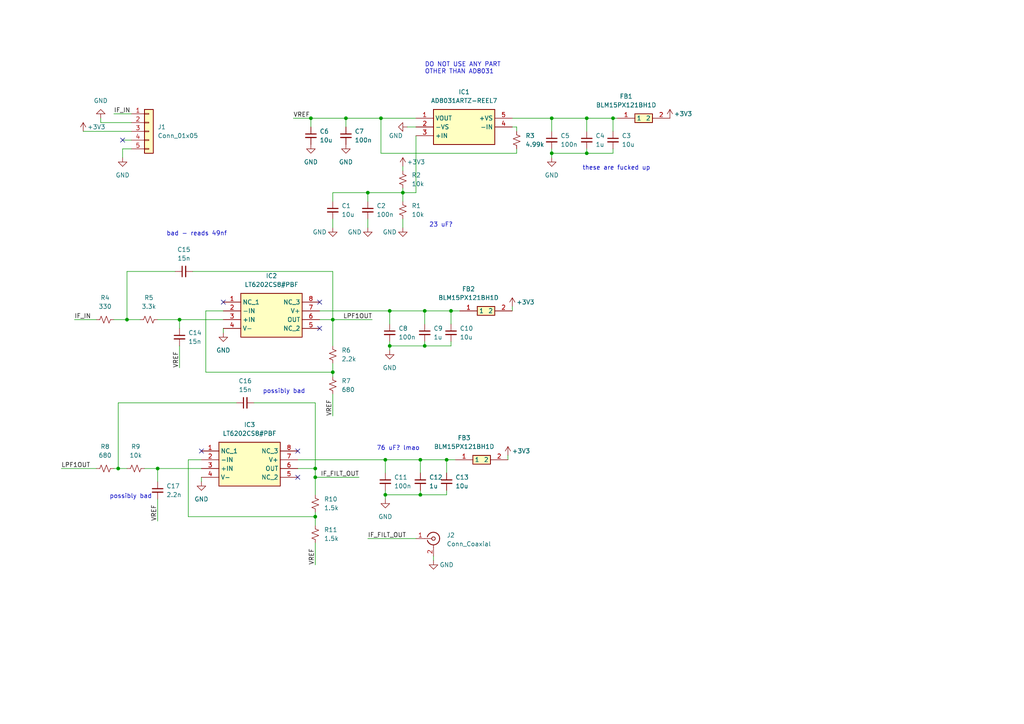
<source format=kicad_sch>
(kicad_sch (version 20230121) (generator eeschema)
  (paper "A4")
  (lib_symbols
    (symbol "Connector:Conn_Coaxial" (pin_names (offset 1.016) hide)
      (property "Reference" "J" (at 0.254 3.048 0))
      (property "Value" "Conn_Coaxial" (at 2.921 0 90))
      (symbol "Conn_Coaxial_0_1"
        (arc (start -1.778 -0.508) (mid 0.2311 -1.8066) (end 1.778 0) (stroke (width 0.254)))
        (polyline (pts (xy -2.54 0) (xy -0.508 0)))
        (polyline (pts (xy 0 -2.54) (xy 0 -1.778)))
        (circle (center 0 0) (radius 0.508) (stroke (width 0.2032)))
        (arc (start 1.778 0) (mid 0.2099 1.8101) (end -1.778 0.508) (stroke (width 0.254)))
      )
      (symbol "Conn_Coaxial_1_1"
        (pin passive line (at -5.08 0 0) (length 2.54) (name "In") (number "1"))
        (pin passive line (at 0 -5.08 90) (length 2.54) (name "Ext") (number "2"))
      )
    )
    (symbol "Connector_Generic:Conn_01x05" (pin_names (offset 1.016) hide)
      (property "Reference" "J" (at 0 7.62 0))
      (property "Value" "Conn_01x05" (at 0 -7.62 0))
      (symbol "Conn_01x05_1_1"
        (rectangle (start -1.27 -4.953) (end 0 -5.207) (stroke (width 0.1524)))
        (rectangle (start -1.27 -2.413) (end 0 -2.667) (stroke (width 0.1524)))
        (rectangle (start -1.27 0.127) (end 0 -0.127) (stroke (width 0.1524)))
        (rectangle (start -1.27 2.667) (end 0 2.413) (stroke (width 0.1524)))
        (rectangle (start -1.27 5.207) (end 0 4.953) (stroke (width 0.1524)))
        (rectangle (start -1.27 6.35) (end 1.27 -6.35) (stroke (width 0.254)) (fill (type background)))
        (pin passive line (at -5.08 5.08 0) (length 3.81) (name "Pin_1") (number "1"))
        (pin passive line (at -5.08 2.54 0) (length 3.81) (name "Pin_2") (number "2"))
        (pin passive line (at -5.08 0 0) (length 3.81) (name "Pin_3") (number "3"))
        (pin passive line (at -5.08 -2.54 0) (length 3.81) (name "Pin_4") (number "4"))
        (pin passive line (at -5.08 -5.08 0) (length 3.81) (name "Pin_5") (number "5"))
      )
    )
    (symbol "Device:C_Small" (pin_numbers hide) (pin_names (offset 0.254) hide)
      (property "Reference" "C" (at 0.254 1.778 0))
      (property "Value" "C_Small" (at 0.254 -2.032 0))
      (symbol "C_Small_0_1"
        (polyline (pts (xy -1.524 -0.508) (xy 1.524 -0.508)) (stroke (width 0.3302)))
        (polyline (pts (xy -1.524 0.508) (xy 1.524 0.508)) (stroke (width 0.3048)))
      )
      (symbol "C_Small_1_1"
        (pin passive line (at 0 2.54 270) (length 2.032) (name "~") (number "1"))
        (pin passive line (at 0 -2.54 90) (length 2.032) (name "~") (number "2"))
      )
    )
    (symbol "Device:R_Small_US" (pin_numbers hide) (pin_names (offset 0.254) hide)
      (property "Reference" "R" (at 0.762 0.508 0))
      (property "Value" "R_Small_US" (at 0.762 -1.016 0))
      (symbol "R_Small_US_1_1"
        (polyline (pts (xy 0 0) (xy 1.016 -0.381) (xy 0 -0.762) (xy -1.016 -1.143) (xy 0 -1.524)))
        (polyline (pts (xy 0 1.524) (xy 1.016 1.143) (xy 0 0.762) (xy -1.016 0.381) (xy 0 0)))
        (pin passive line (at 0 2.54 270) (length 1.016) (name "~") (number "1"))
        (pin passive line (at 0 -2.54 90) (length 1.016) (name "~") (number "2"))
      )
    )
    (symbol "SamacSys_Parts:AD8031ARTZ-REEL7"
      (property "Reference" "IC" (at 24.13 7.62 0))
      (property "Value" "AD8031ARTZ-REEL7" (at 24.13 5.08 0))
      (symbol "AD8031ARTZ-REEL7_1_1"
        (rectangle (start 5.08 2.54) (end 22.86 -7.62) (stroke (width 0.254)) (fill (type background)))
        (pin passive line (at 0 0 0) (length 5.08) (name "VOUT") (number "1"))
        (pin passive line (at 0 -2.54 0) (length 5.08) (name "-VS") (number "2"))
        (pin passive line (at 0 -5.08 0) (length 5.08) (name "+IN") (number "3"))
        (pin passive line (at 27.94 -2.54 180) (length 5.08) (name "-IN") (number "4"))
        (pin passive line (at 27.94 0 180) (length 5.08) (name "+VS") (number "5"))
      )
    )
    (symbol "SamacSys_Parts:BLM15PX121BH1D"
      (property "Reference" "FB" (at 3.81 6.35 0))
      (property "Value" "BLM15PX121BH1D" (at 3.81 3.81 0))
      (symbol "BLM15PX121BH1D_1_1"
        (rectangle (start 5.08 1.27) (end 10.16 -1.27) (stroke (width 0.254)) (fill (type background)))
        (pin passive line (at 0 0 0) (length 5.08) (name "1") (number "1"))
        (pin passive line (at 15.24 0 180) (length 5.08) (name "2") (number "2"))
      )
    )
    (symbol "SamacSys_Parts:LT6202CS8#PBF"
      (property "Reference" "IC" (at 24.13 7.62 0))
      (property "Value" "LT6202CS8#PBF" (at 24.13 5.08 0))
      (symbol "LT6202CS8#PBF_1_1"
        (rectangle (start 5.08 2.54) (end 22.86 -10.16) (stroke (width 0.254)) (fill (type background)))
        (pin passive line (at 0 0 0) (length 5.08) (name "NC_1") (number "1"))
        (pin passive line (at 0 -2.54 0) (length 5.08) (name "-IN") (number "2"))
        (pin passive line (at 0 -5.08 0) (length 5.08) (name "+IN") (number "3"))
        (pin passive line (at 0 -7.62 0) (length 5.08) (name "V-") (number "4"))
        (pin passive line (at 27.94 -7.62 180) (length 5.08) (name "NC_2") (number "5"))
        (pin passive line (at 27.94 -5.08 180) (length 5.08) (name "OUT") (number "6"))
        (pin passive line (at 27.94 -2.54 180) (length 5.08) (name "V+") (number "7"))
        (pin passive line (at 27.94 0 180) (length 5.08) (name "NC_3") (number "8"))
      )
    )
    (symbol "power:+3V3" (power) (pin_names (offset 0))
      (property "Value" "+3V3" (at 0 3.556 0))
      (symbol "+3V3_0_1"
        (polyline (pts (xy -0.762 1.27) (xy 0 2.54)))
        (polyline (pts (xy 0 0) (xy 0 2.54)))
        (polyline (pts (xy 0 2.54) (xy 0.762 1.27)))
      )
      (symbol "+3V3_1_1"
        (pin power_in line (at 0 0 90) (length 0) hide (name "+3V3") (number "1"))
      )
    )
    (symbol "power:GND" (power) (pin_names (offset 0))
      (property "Value" "GND" (at 0 -3.81 0))
      (symbol "GND_0_1"
        (polyline (pts (xy 0 0) (xy 0 -1.27) (xy 1.27 -1.27) (xy 0 -2.54) (xy -1.27 -1.27) (xy 0 -1.27)))
      )
      (symbol "GND_1_1"
        (pin power_in line (at 0 0 270) (length 0) hide (name "GND") (number "1"))
      )
    )
  )
  (junction (at 121.92 133.35))
  (junction (at 111.76 143.51))
  (junction (at 130.81 90.17))
  (junction (at 34.29 135.89))
  (junction (at 123.19 100.33))
  (junction (at 96.52 92.71))
  (junction (at 170.18 34.29))
  (junction (at 116.84 55.88))
  (junction (at 91.44 138.43))
  (junction (at 160.02 44.45))
  (junction (at 113.03 90.17))
  (junction (at 91.44 149.86))
  (junction (at 52.07 92.71))
  (junction (at 110.49 34.29))
  (junction (at 160.02 34.29))
  (junction (at 100.33 34.29))
  (junction (at 106.68 55.88))
  (junction (at 111.76 133.35))
  (junction (at 129.54 133.35))
  (junction (at 91.44 135.89))
  (junction (at 45.72 135.89))
  (junction (at 90.17 34.29))
  (junction (at 36.83 92.71))
  (junction (at 177.8 34.29))
  (junction (at 96.52 107.95))
  (junction (at 170.18 44.45))
  (junction (at 121.92 143.51))
  (junction (at 113.03 100.33))
  (junction (at 123.19 90.17))
  (no_connect (at 92.71 87.63))
  (no_connect (at 92.71 95.25))
  (no_connect (at 86.36 130.81))
  (no_connect (at 86.36 138.43))
  (no_connect (at 64.77 87.63))
  (no_connect (at 35.56 40.64))
  (no_connect (at 58.42 130.81))
  (wire (pts (xy 59.69 107.95) (xy 96.52 107.95)))
  (wire (pts (xy 106.68 156.21) (xy 120.65 156.21)))
  (wire (pts (xy 52.07 100.33) (xy 52.07 106.68)))
  (wire (pts (xy 91.44 138.43) (xy 91.44 143.51)))
  (wire (pts (xy 92.71 90.17) (xy 113.03 90.17)))
  (wire (pts (xy 125.73 161.29) (xy 125.73 162.56)))
  (wire (pts (xy 149.86 44.45) (xy 110.49 44.45)))
  (wire (pts (xy 24.13 38.1) (xy 38.1 38.1)))
  (wire (pts (xy 160.02 43.18) (xy 160.02 44.45)))
  (wire (pts (xy 33.02 92.71) (xy 36.83 92.71)))
  (wire (pts (xy 96.52 92.71) (xy 92.71 92.71)))
  (wire (pts (xy 91.44 135.89) (xy 91.44 138.43)))
  (wire (pts (xy 34.29 135.89) (xy 36.83 135.89)))
  (wire (pts (xy 100.33 34.29) (xy 110.49 34.29)))
  (wire (pts (xy 36.83 78.74) (xy 50.8 78.74)))
  (wire (pts (xy 52.07 92.71) (xy 64.77 92.71)))
  (wire (pts (xy 118.11 36.83) (xy 120.65 36.83)))
  (wire (pts (xy 58.42 139.7) (xy 58.42 138.43)))
  (wire (pts (xy 45.72 135.89) (xy 58.42 135.89)))
  (wire (pts (xy 160.02 34.29) (xy 170.18 34.29)))
  (wire (pts (xy 123.19 99.06) (xy 123.19 100.33)))
  (wire (pts (xy 21.59 92.71) (xy 27.94 92.71)))
  (wire (pts (xy 160.02 44.45) (xy 170.18 44.45)))
  (wire (pts (xy 35.56 43.18) (xy 38.1 43.18)))
  (wire (pts (xy 106.68 55.88) (xy 96.52 55.88)))
  (wire (pts (xy 177.8 34.29) (xy 179.07 34.29)))
  (wire (pts (xy 116.84 63.5) (xy 116.84 66.04)))
  (wire (pts (xy 91.44 138.43) (xy 104.14 138.43)))
  (wire (pts (xy 129.54 137.16) (xy 129.54 133.35)))
  (wire (pts (xy 33.02 33.02) (xy 38.1 33.02)))
  (wire (pts (xy 96.52 92.71) (xy 107.95 92.71)))
  (wire (pts (xy 106.68 63.5) (xy 106.68 66.04)))
  (wire (pts (xy 90.17 34.29) (xy 100.33 34.29)))
  (wire (pts (xy 35.56 45.72) (xy 35.56 43.18)))
  (wire (pts (xy 64.77 96.52) (xy 64.77 95.25)))
  (wire (pts (xy 58.42 133.35) (xy 54.61 133.35)))
  (wire (pts (xy 59.69 90.17) (xy 59.69 107.95)))
  (wire (pts (xy 54.61 149.86) (xy 91.44 149.86)))
  (wire (pts (xy 149.86 36.83) (xy 149.86 38.1)))
  (wire (pts (xy 121.92 143.51) (xy 129.54 143.51)))
  (wire (pts (xy 123.19 100.33) (xy 130.81 100.33)))
  (wire (pts (xy 111.76 143.51) (xy 111.76 144.78)))
  (wire (pts (xy 73.66 116.84) (xy 91.44 116.84)))
  (wire (pts (xy 96.52 114.3) (xy 96.52 120.65)))
  (wire (pts (xy 96.52 55.88) (xy 96.52 58.42)))
  (wire (pts (xy 110.49 44.45) (xy 110.49 34.29)))
  (wire (pts (xy 55.88 78.74) (xy 96.52 78.74)))
  (wire (pts (xy 129.54 133.35) (xy 132.08 133.35)))
  (wire (pts (xy 91.44 148.59) (xy 91.44 149.86)))
  (wire (pts (xy 96.52 63.5) (xy 96.52 66.04)))
  (wire (pts (xy 34.29 116.84) (xy 68.58 116.84)))
  (wire (pts (xy 33.02 135.89) (xy 34.29 135.89)))
  (wire (pts (xy 123.19 90.17) (xy 130.81 90.17)))
  (wire (pts (xy 91.44 157.48) (xy 91.44 163.83)))
  (wire (pts (xy 35.56 40.64) (xy 38.1 40.64)))
  (wire (pts (xy 149.86 36.83) (xy 148.59 36.83)))
  (wire (pts (xy 111.76 137.16) (xy 111.76 133.35)))
  (wire (pts (xy 110.49 34.29) (xy 120.65 34.29)))
  (wire (pts (xy 111.76 143.51) (xy 121.92 143.51)))
  (wire (pts (xy 148.59 34.29) (xy 160.02 34.29)))
  (wire (pts (xy 113.03 99.06) (xy 113.03 100.33)))
  (wire (pts (xy 121.92 142.24) (xy 121.92 143.51)))
  (wire (pts (xy 17.78 135.89) (xy 27.94 135.89)))
  (wire (pts (xy 29.21 34.29) (xy 29.21 35.56)))
  (wire (pts (xy 111.76 142.24) (xy 111.76 143.51)))
  (wire (pts (xy 113.03 90.17) (xy 123.19 90.17)))
  (wire (pts (xy 121.92 133.35) (xy 129.54 133.35)))
  (wire (pts (xy 177.8 43.18) (xy 177.8 44.45)))
  (wire (pts (xy 85.09 34.29) (xy 90.17 34.29)))
  (wire (pts (xy 96.52 78.74) (xy 96.52 92.71)))
  (wire (pts (xy 170.18 34.29) (xy 170.18 38.1)))
  (wire (pts (xy 52.07 92.71) (xy 52.07 95.25)))
  (wire (pts (xy 91.44 116.84) (xy 91.44 135.89)))
  (wire (pts (xy 106.68 55.88) (xy 106.68 58.42)))
  (wire (pts (xy 160.02 44.45) (xy 160.02 45.72)))
  (wire (pts (xy 116.84 55.88) (xy 116.84 58.42)))
  (wire (pts (xy 34.29 135.89) (xy 34.29 116.84)))
  (wire (pts (xy 36.83 92.71) (xy 40.64 92.71)))
  (wire (pts (xy 147.32 132.08) (xy 147.32 133.35)))
  (wire (pts (xy 129.54 142.24) (xy 129.54 143.51)))
  (wire (pts (xy 86.36 133.35) (xy 111.76 133.35)))
  (wire (pts (xy 160.02 38.1) (xy 160.02 34.29)))
  (wire (pts (xy 113.03 100.33) (xy 123.19 100.33)))
  (wire (pts (xy 177.8 38.1) (xy 177.8 34.29)))
  (wire (pts (xy 170.18 44.45) (xy 177.8 44.45)))
  (wire (pts (xy 96.52 105.41) (xy 96.52 107.95)))
  (wire (pts (xy 91.44 135.89) (xy 86.36 135.89)))
  (wire (pts (xy 96.52 92.71) (xy 96.52 100.33)))
  (wire (pts (xy 113.03 100.33) (xy 113.03 101.6)))
  (wire (pts (xy 45.72 135.89) (xy 45.72 139.7)))
  (wire (pts (xy 170.18 34.29) (xy 177.8 34.29)))
  (wire (pts (xy 41.91 135.89) (xy 45.72 135.89)))
  (wire (pts (xy 45.72 144.78) (xy 45.72 151.13)))
  (wire (pts (xy 96.52 107.95) (xy 96.52 109.22)))
  (wire (pts (xy 121.92 133.35) (xy 121.92 137.16)))
  (wire (pts (xy 148.59 88.9) (xy 148.59 90.17)))
  (wire (pts (xy 120.65 55.88) (xy 120.65 39.37)))
  (wire (pts (xy 116.84 48.26) (xy 116.84 49.53)))
  (wire (pts (xy 54.61 133.35) (xy 54.61 149.86)))
  (wire (pts (xy 91.44 149.86) (xy 91.44 152.4)))
  (wire (pts (xy 100.33 34.29) (xy 100.33 36.83)))
  (wire (pts (xy 130.81 93.98) (xy 130.81 90.17)))
  (wire (pts (xy 90.17 34.29) (xy 90.17 36.83)))
  (wire (pts (xy 111.76 133.35) (xy 121.92 133.35)))
  (wire (pts (xy 113.03 93.98) (xy 113.03 90.17)))
  (wire (pts (xy 45.72 92.71) (xy 52.07 92.71)))
  (wire (pts (xy 149.86 43.18) (xy 149.86 44.45)))
  (wire (pts (xy 36.83 92.71) (xy 36.83 78.74)))
  (wire (pts (xy 116.84 55.88) (xy 106.68 55.88)))
  (wire (pts (xy 116.84 54.61) (xy 116.84 55.88)))
  (wire (pts (xy 170.18 43.18) (xy 170.18 44.45)))
  (wire (pts (xy 64.77 90.17) (xy 59.69 90.17)))
  (wire (pts (xy 130.81 99.06) (xy 130.81 100.33)))
  (wire (pts (xy 130.81 90.17) (xy 133.35 90.17)))
  (wire (pts (xy 123.19 90.17) (xy 123.19 93.98)))
  (wire (pts (xy 29.21 35.56) (xy 38.1 35.56)))
  (wire (pts (xy 116.84 55.88) (xy 120.65 55.88)))
  (text "these are fucked up" (at 168.91 49.53 0) (effects (font (size 1.27 1.27)) (justify left bottom)))
  (text "bad - reads 49nf" (at 48.26 68.58 0) (effects (font (size 1.27 1.27)) (justify left bottom)))
  (text "possibly bad" (at 76.2 114.3 0) (effects (font (size 1.27 1.27)) (justify left bottom)))
  (text "23 uF?" (at 124.46 66.04 0) (effects (font (size 1.27 1.27)) (justify left bottom)))
  (text "DO NOT USE ANY PART\nOTHER THAN AD8031" (at 123.19 21.59 0) (effects (font (size 1.27 1.27)) (justify left bottom)))
  (text "76 uF? lmao" (at 109.22 130.81 0) (effects (font (size 1.27 1.27)) (justify left bottom)))
  (text "possibly bad" (at 31.75 144.78 0) (effects (font (size 1.27 1.27)) (justify left bottom)))
  (label "VREF" (at 45.72 151.13 90))
  (label "IF_IN" (at 21.59 92.71 0))
  (label "IF_FILT_OUT" (at 104.14 138.43 180))
  (label "LPF1OUT" (at 17.78 135.89 0))
  (label "VREF" (at 91.44 163.83 90))
  (label "LPF1OUT" (at 107.95 92.71 180))
  (label "VREF" (at 52.07 106.68 90))
  (label "IF_FILT_OUT" (at 106.68 156.21 0))
  (label "IF_IN" (at 33.02 33.02 0))
  (label "VREF" (at 85.09 34.29 0))
  (label "VREF" (at 96.52 120.65 90))
  (symbol (lib_id "Device:C_Small") (at 90.17 39.37 0) (unit 1)
    (property "Reference" "C6" (at 92.71 38.1063 0) (effects (justify left)))
    (property "Value" "10u" (at 92.71 40.6463 0) (effects (justify left)))
    (property "Footprint" "Capacitor_SMD:C_0603_1608Metric_Pad1.08x0.95mm_HandSolder" (effects hide))
  )
  (symbol (lib_id "Device:C_Small") (at 160.02 40.64 0) (unit 1)
    (property "Reference" "C5" (at 162.56 39.3763 0) (effects (justify left)))
    (property "Value" "100n" (at 162.56 41.9163 0) (effects (justify left)))
    (property "Footprint" "Capacitor_SMD:C_0402_1005Metric_Pad0.74x0.62mm_HandSolder" (effects hide))
  )
  (symbol (lib_id "power:GND") (at 64.77 96.52 0) (unit 1)
    (property "Reference" "#PWR06" (effects hide))
    (property "Value" "GND" (at 64.77 101.6 0))
  )
  (symbol (lib_id "Device:C_Small") (at 123.19 96.52 0) (unit 1)
    (property "Reference" "C9" (at 125.73 95.2563 0) (effects (justify left)))
    (property "Value" "1u" (at 125.73 97.7963 0) (effects (justify left)))
    (property "Footprint" "Capacitor_SMD:C_0603_1608Metric_Pad1.08x0.95mm_HandSolder" (effects hide))
  )
  (symbol (lib_id "Connector:Conn_Coaxial") (at 125.73 156.21 0) (unit 1)
    (property "Reference" "J2" (at 129.54 155.2332 0) (effects (justify left)))
    (property "Value" "Conn_Coaxial" (at 129.54 157.7732 0) (effects (justify left)))
    (property "Footprint" "Connector_Coaxial:U.FL_Hirose_U.FL-R-SMT-1_Vertical" (effects hide))
    (property "Datasheet" " ~" (effects hide))
  )
  (symbol (lib_id "Device:R_Small_US") (at 91.44 146.05 180) (unit 1)
    (property "Reference" "R10" (at 93.98 144.78 0) (effects (justify right)))
    (property "Value" "1.5k" (at 93.98 147.32 0) (effects (justify right)))
    (property "Footprint" "Resistor_SMD:R_0402_1005Metric_Pad0.72x0.64mm_HandSolder" (effects hide))
  )
  (symbol (lib_id "Device:C_Small") (at 96.52 60.96 0) (unit 1)
    (property "Reference" "C1" (at 99.06 59.6963 0) (effects (justify left)))
    (property "Value" "10u" (at 99.06 62.2363 0) (effects (justify left)))
    (property "Footprint" "Capacitor_SMD:C_0603_1608Metric_Pad1.08x0.95mm_HandSolder" (effects hide))
  )
  (symbol (lib_id "power:GND") (at 116.84 66.04 0) (unit 1)
    (property "Reference" "#PWR09" (effects hide))
    (property "Value" "GND" (at 113.03 67.31 0))
  )
  (symbol (lib_id "Device:C_Small") (at 45.72 142.24 0) (unit 1)
    (property "Reference" "C17" (at 48.26 140.9763 0) (effects (justify left)))
    (property "Value" "2.2n" (at 48.26 143.5163 0) (effects (justify left)))
    (property "Footprint" "Capacitor_SMD:C_0402_1005Metric_Pad0.74x0.62mm_HandSolder" (effects hide))
  )
  (symbol (lib_id "SamacSys_Parts:LT6202CS8#PBF") (at 58.42 130.81 0) (unit 1)
    (property "Reference" "IC3" (at 72.39 123.19 0))
    (property "Value" "LT6202CS8#PBF" (at 72.39 125.73 0))
    (property "Footprint" "SamacSys_Parts:SOIC127P599X175-8N" (effects hide))
    (property "Datasheet" "https://datasheet.datasheetarchive.com/originals/distributors/SFDatasheet-4/sf-00091224.pdf" (effects hide))
    (property "Height" "1.752" (effects hide))
    (property "Mouser Part Number" "584-LT6202CS8#PBF" (effects hide))
    (property "Mouser Price/Stock" "https://www.mouser.co.uk/ProductDetail/Analog-Devices/LT6202CS8PBF?qs=hVkxg5c3xu8By7bcK2W7Xg%3D%3D" (effects hide))
    (property "Manufacturer_Name" "Analog Devices" (effects hide))
    (property "Manufacturer_Part_Number" "LT6202CS8#PBF" (effects hide))
  )
  (symbol (lib_id "Connector_Generic:Conn_01x05") (at 43.18 38.1 0) (unit 1)
    (property "Reference" "J1" (at 45.72 36.83 0) (effects (justify left)))
    (property "Value" "Conn_01x05" (at 45.72 39.37 0) (effects (justify left)))
    (property "Footprint" "Connector_PinHeader_2.54mm:PinHeader_1x05_P2.54mm_Vertical" (effects hide))
  )
  (symbol (lib_id "power:GND") (at 35.56 45.72 0) (unit 1)
    (property "Reference" "#PWR03" (effects hide))
    (property "Value" "GND" (at 35.56 50.8 0))
  )
  (symbol (lib_id "power:GND") (at 111.76 144.78 0) (unit 1)
    (property "Reference" "#PWR017" (effects hide))
    (property "Value" "GND" (at 111.76 149.86 0))
  )
  (symbol (lib_id "Device:C_Small") (at 53.34 78.74 90) (unit 1)
    (property "Reference" "C15" (at 53.3463 72.39 90))
    (property "Value" "15n" (at 53.3463 74.93 90))
    (property "Footprint" "Capacitor_SMD:C_0402_1005Metric_Pad0.74x0.62mm_HandSolder" (effects hide))
  )
  (symbol (lib_id "power:GND") (at 118.11 36.83 270) (unit 1)
    (property "Reference" "#PWR05" (effects hide))
    (property "Value" "GND" (at 116.84 39.37 90) (effects (justify right)))
  )
  (symbol (lib_id "Device:C_Small") (at 71.12 116.84 90) (unit 1)
    (property "Reference" "C16" (at 71.1263 110.49 90))
    (property "Value" "15n" (at 71.1263 113.03 90))
    (property "Footprint" "Capacitor_SMD:C_0402_1005Metric_Pad0.74x0.62mm_HandSolder" (effects hide))
  )
  (symbol (lib_id "Device:R_Small_US") (at 43.18 92.71 90) (unit 1)
    (property "Reference" "R5" (at 43.18 86.36 90))
    (property "Value" "3.3k" (at 43.18 88.9 90))
    (property "Footprint" "Resistor_SMD:R_0603_1608Metric_Pad0.98x0.95mm_HandSolder" (effects hide))
  )
  (symbol (lib_id "power:+3V3") (at 24.13 38.1 0) (unit 1)
    (property "Reference" "#PWR01" (effects hide))
    (property "Value" "+3V3" (at 27.94 36.83 0))
  )
  (symbol (lib_id "power:GND") (at 106.68 66.04 0) (unit 1)
    (property "Reference" "#PWR08" (effects hide))
    (property "Value" "GND" (at 102.87 67.31 0))
  )
  (symbol (lib_id "Device:C_Small") (at 130.81 96.52 0) (unit 1)
    (property "Reference" "C10" (at 133.35 95.2563 0) (effects (justify left)))
    (property "Value" "10u" (at 133.35 97.7963 0) (effects (justify left)))
    (property "Footprint" "Capacitor_SMD:C_0603_1608Metric_Pad1.08x0.95mm_HandSolder" (effects hide))
  )
  (symbol (lib_id "power:GND") (at 96.52 66.04 0) (unit 1)
    (property "Reference" "#PWR07" (effects hide))
    (property "Value" "GND" (at 92.71 67.31 0))
  )
  (symbol (lib_id "Device:R_Small_US") (at 96.52 111.76 0) (unit 1)
    (property "Reference" "R7" (at 99.06 110.49 0) (effects (justify left)))
    (property "Value" "680" (at 99.06 113.03 0) (effects (justify left)))
    (property "Footprint" "Resistor_SMD:R_0402_1005Metric_Pad0.72x0.64mm_HandSolder" (effects hide))
  )
  (symbol (lib_id "SamacSys_Parts:LT6202CS8#PBF") (at 64.77 87.63 0) (unit 1)
    (property "Reference" "IC2" (at 78.74 80.01 0))
    (property "Value" "LT6202CS8#PBF" (at 78.74 82.55 0))
    (property "Footprint" "SamacSys_Parts:SOIC127P599X175-8N" (effects hide))
    (property "Datasheet" "https://datasheet.datasheetarchive.com/originals/distributors/SFDatasheet-4/sf-00091224.pdf" (effects hide))
    (property "Height" "1.752" (effects hide))
    (property "Mouser Part Number" "584-LT6202CS8#PBF" (effects hide))
    (property "Mouser Price/Stock" "https://www.mouser.co.uk/ProductDetail/Analog-Devices/LT6202CS8PBF?qs=hVkxg5c3xu8By7bcK2W7Xg%3D%3D" (effects hide))
    (property "Manufacturer_Name" "Analog Devices" (effects hide))
    (property "Manufacturer_Part_Number" "LT6202CS8#PBF" (effects hide))
  )
  (symbol (lib_id "Device:C_Small") (at 177.8 40.64 0) (unit 1)
    (property "Reference" "C3" (at 180.34 39.3763 0) (effects (justify left)))
    (property "Value" "10u" (at 180.34 41.9163 0) (effects (justify left)))
    (property "Footprint" "Capacitor_SMD:C_0603_1608Metric_Pad1.08x0.95mm_HandSolder" (effects hide))
  )
  (symbol (lib_id "Device:C_Small") (at 52.07 97.79 0) (unit 1)
    (property "Reference" "C14" (at 54.61 96.5263 0) (effects (justify left)))
    (property "Value" "15n" (at 54.61 99.0663 0) (effects (justify left)))
    (property "Footprint" "Capacitor_SMD:C_0402_1005Metric_Pad0.74x0.62mm_HandSolder" (effects hide))
  )
  (symbol (lib_id "Device:R_Small_US") (at 149.86 40.64 0) (unit 1)
    (property "Reference" "R3" (at 152.4 39.37 0) (effects (justify left)))
    (property "Value" "4.99k" (at 152.4 41.91 0) (effects (justify left)))
    (property "Footprint" "Resistor_SMD:R_0402_1005Metric_Pad0.72x0.64mm_HandSolder" (effects hide))
  )
  (symbol (lib_id "Device:R_Small_US") (at 116.84 52.07 0) (unit 1)
    (property "Reference" "R2" (at 119.38 50.8 0) (effects (justify left)))
    (property "Value" "10k" (at 119.38 53.34 0) (effects (justify left)))
    (property "Footprint" "Resistor_SMD:R_0603_1608Metric_Pad0.98x0.95mm_HandSolder" (effects hide))
  )
  (symbol (lib_id "Device:R_Small_US") (at 39.37 135.89 90) (unit 1)
    (property "Reference" "R9" (at 39.37 129.54 90))
    (property "Value" "10k" (at 39.37 132.08 90))
    (property "Footprint" "Resistor_SMD:R_0603_1608Metric_Pad0.98x0.95mm_HandSolder" (effects hide))
  )
  (symbol (lib_id "power:+3V3") (at 148.59 88.9 0) (unit 1)
    (property "Reference" "#PWR016" (effects hide))
    (property "Value" "+3V3" (at 152.4 87.63 0))
  )
  (symbol (lib_id "power:GND") (at 113.03 101.6 0) (unit 1)
    (property "Reference" "#PWR015" (effects hide))
    (property "Value" "GND" (at 113.03 106.68 0))
  )
  (symbol (lib_id "power:GND") (at 90.17 41.91 0) (unit 1)
    (property "Reference" "#PWR012" (effects hide))
    (property "Value" "GND" (at 90.17 46.99 0))
  )
  (symbol (lib_id "Device:R_Small_US") (at 30.48 92.71 90) (unit 1)
    (property "Reference" "R4" (at 30.48 86.36 90))
    (property "Value" "330" (at 30.48 88.9 90))
    (property "Footprint" "Resistor_SMD:R_0603_1608Metric_Pad0.98x0.95mm_HandSolder" (effects hide))
  )
  (symbol (lib_id "power:GND") (at 125.73 162.56 0) (unit 1)
    (property "Reference" "#PWR019" (effects hide))
    (property "Value" "GND" (at 129.54 163.83 0))
  )
  (symbol (lib_id "Device:C_Small") (at 129.54 139.7 0) (unit 1)
    (property "Reference" "C13" (at 132.08 138.4363 0) (effects (justify left)))
    (property "Value" "10u" (at 132.08 140.9763 0) (effects (justify left)))
    (property "Footprint" "Capacitor_SMD:C_0603_1608Metric_Pad1.08x0.95mm_HandSolder" (effects hide))
  )
  (symbol (lib_id "Device:R_Small_US") (at 116.84 60.96 0) (unit 1)
    (property "Reference" "R1" (at 119.38 59.69 0) (effects (justify left)))
    (property "Value" "10k" (at 119.38 62.23 0) (effects (justify left)))
    (property "Footprint" "Resistor_SMD:R_0603_1608Metric_Pad0.98x0.95mm_HandSolder" (effects hide))
  )
  (symbol (lib_id "SamacSys_Parts:BLM15PX121BH1D") (at 179.07 34.29 0) (unit 1)
    (property "Reference" "FB1" (at 181.61 27.94 0))
    (property "Value" "BLM15PX121BH1D" (at 181.61 30.48 0))
    (property "Footprint" "SamacSys_Parts:BLM15PX_BH1" (effects hide))
    (property "Datasheet" "https://www.murata.com/en-global/products/productdetail.aspx?cate=luNoiseSupprFilteChipFerriBead&partno=BLM15PX121BH1%23" (effects hide))
    (property "Mouser Part Number" "81-BLM15PX121BH1D" (effects hide))
    (property "Mouser Price/Stock" "https://www.mouser.co.uk/ProductDetail/Murata-Electronics/BLM15PX121BH1D?qs=9vOqFld9vZVEANUCBIdXVQ%3D%3D" (effects hide))
    (property "Manufacturer_Name" "Murata Electronics" (effects hide))
    (property "Manufacturer_Part_Number" "BLM15PX121BH1D" (effects hide))
  )
  (symbol (lib_id "power:GND") (at 160.02 45.72 0) (unit 1)
    (property "Reference" "#PWR011" (effects hide))
    (property "Value" "GND" (at 160.02 50.8 0))
  )
  (symbol (lib_id "Device:C_Small") (at 111.76 139.7 0) (unit 1)
    (property "Reference" "C11" (at 114.3 138.4363 0) (effects (justify left)))
    (property "Value" "100n" (at 114.3 140.9763 0) (effects (justify left)))
    (property "Footprint" "Capacitor_SMD:C_0402_1005Metric_Pad0.74x0.62mm_HandSolder" (effects hide))
  )
  (symbol (lib_id "power:+3V3") (at 194.31 34.29 0) (unit 1)
    (property "Reference" "#PWR04" (effects hide))
    (property "Value" "+3V3" (at 198.12 33.02 0))
  )
  (symbol (lib_id "Device:C_Small") (at 121.92 139.7 0) (unit 1)
    (property "Reference" "C12" (at 124.46 138.4363 0) (effects (justify left)))
    (property "Value" "1u" (at 124.46 140.9763 0) (effects (justify left)))
    (property "Footprint" "Capacitor_SMD:C_0603_1608Metric_Pad1.08x0.95mm_HandSolder" (effects hide))
  )
  (symbol (lib_id "Device:C_Small") (at 106.68 60.96 0) (unit 1)
    (property "Reference" "C2" (at 109.22 59.6963 0) (effects (justify left)))
    (property "Value" "100n" (at 109.22 62.2363 0) (effects (justify left)))
    (property "Footprint" "Capacitor_SMD:C_0402_1005Metric_Pad0.74x0.62mm_HandSolder" (effects hide))
  )
  (symbol (lib_id "SamacSys_Parts:BLM15PX121BH1D") (at 132.08 133.35 0) (unit 1)
    (property "Reference" "FB3" (at 134.62 127 0))
    (property "Value" "BLM15PX121BH1D" (at 134.62 129.54 0))
    (property "Footprint" "SamacSys_Parts:BLM15PX_BH1" (effects hide))
    (property "Datasheet" "https://www.murata.com/en-global/products/productdetail.aspx?cate=luNoiseSupprFilteChipFerriBead&partno=BLM15PX121BH1%23" (effects hide))
    (property "Mouser Part Number" "81-BLM15PX121BH1D" (effects hide))
    (property "Mouser Price/Stock" "https://www.mouser.co.uk/ProductDetail/Murata-Electronics/BLM15PX121BH1D?qs=9vOqFld9vZVEANUCBIdXVQ%3D%3D" (effects hide))
    (property "Manufacturer_Name" "Murata Electronics" (effects hide))
    (property "Manufacturer_Part_Number" "BLM15PX121BH1D" (effects hide))
  )
  (symbol (lib_id "power:GND") (at 29.21 34.29 180) (unit 1)
    (property "Reference" "#PWR02" (effects hide))
    (property "Value" "GND" (at 29.21 29.21 0))
  )
  (symbol (lib_id "power:+3V3") (at 116.84 48.26 0) (unit 1)
    (property "Reference" "#PWR010" (effects hide))
    (property "Value" "+3V3" (at 120.65 46.99 0))
  )
  (symbol (lib_id "Device:R_Small_US") (at 96.52 102.87 0) (unit 1)
    (property "Reference" "R6" (at 99.06 101.6 0) (effects (justify left)))
    (property "Value" "2.2k" (at 99.06 104.14 0) (effects (justify left)))
    (property "Footprint" "Resistor_SMD:R_0402_1005Metric_Pad0.72x0.64mm_HandSolder" (effects hide))
  )
  (symbol (lib_id "Device:C_Small") (at 170.18 40.64 0) (unit 1)
    (property "Reference" "C4" (at 172.72 39.3763 0) (effects (justify left)))
    (property "Value" "1u" (at 172.72 41.9163 0) (effects (justify left)))
    (property "Footprint" "Capacitor_SMD:C_0603_1608Metric_Pad1.08x0.95mm_HandSolder" (effects hide))
  )
  (symbol (lib_id "power:GND") (at 58.42 139.7 0) (unit 1)
    (property "Reference" "#PWR014" (effects hide))
    (property "Value" "GND" (at 58.42 144.78 0))
  )
  (symbol (lib_id "power:+3V3") (at 147.32 132.08 0) (unit 1)
    (property "Reference" "#PWR018" (effects hide))
    (property "Value" "+3V3" (at 151.13 130.81 0))
  )
  (symbol (lib_id "Device:C_Small") (at 113.03 96.52 0) (unit 1)
    (property "Reference" "C8" (at 115.57 95.2563 0) (effects (justify left)))
    (property "Value" "100n" (at 115.57 97.7963 0) (effects (justify left)))
    (property "Footprint" "Capacitor_SMD:C_0402_1005Metric_Pad0.74x0.62mm_HandSolder" (effects hide))
  )
  (symbol (lib_id "Device:C_Small") (at 100.33 39.37 0) (unit 1)
    (property "Reference" "C7" (at 102.87 38.1063 0) (effects (justify left)))
    (property "Value" "100n" (at 102.87 40.6463 0) (effects (justify left)))
    (property "Footprint" "Capacitor_SMD:C_0402_1005Metric_Pad0.74x0.62mm_HandSolder" (effects hide))
  )
  (symbol (lib_id "Device:R_Small_US") (at 91.44 154.94 180) (unit 1)
    (property "Reference" "R11" (at 93.98 153.67 0) (effects (justify right)))
    (property "Value" "1.5k" (at 93.98 156.21 0) (effects (justify right)))
    (property "Footprint" "Resistor_SMD:R_0402_1005Metric_Pad0.72x0.64mm_HandSolder" (effects hide))
  )
  (symbol (lib_id "SamacSys_Parts:AD8031ARTZ-REEL7") (at 120.65 34.29 0) (unit 1)
    (property "Reference" "IC1" (at 134.62 26.67 0))
    (property "Value" "AD8031ARTZ-REEL7" (at 134.62 29.21 0))
    (property "Footprint" "SamacSys_Parts:SOT95P290X145-5N" (effects hide))
    (property "Datasheet" "http://componentsearchengine.com/Datasheets/1/AD8031ARTZ-REEL7.pdf" (effects hide))
    (property "Mouser Part Number" "584-AD8031ARTZ-R7" (effects hide))
    (property "Mouser Price/Stock" "https://www.mouser.co.uk/ProductDetail/Analog-Devices/AD8031ARTZ-REEL7?qs=%2FtpEQrCGXCyXzqmvWf2VdQ%3D%3D" (effects hide))
    (property "Manufacturer_Name" "Analog Devices" (effects hide))
    (property "Manufacturer_Part_Number" "AD8031ARTZ-REEL7" (effects hide))
  )
  (symbol (lib_id "Device:R_Small_US") (at 30.48 135.89 90) (unit 1)
    (property "Reference" "R8" (at 30.48 129.54 90))
    (property "Value" "680" (at 30.48 132.08 90))
    (property "Footprint" "Resistor_SMD:R_0402_1005Metric_Pad0.72x0.64mm_HandSolder" (effects hide))
  )
  (symbol (lib_id "power:GND") (at 100.33 41.91 0) (unit 1)
    (property "Reference" "#PWR013" (effects hide))
    (property "Value" "GND" (at 100.33 46.99 0))
  )
  (symbol (lib_id "SamacSys_Parts:BLM15PX121BH1D") (at 133.35 90.17 0) (unit 1)
    (property "Reference" "FB2" (at 135.89 83.82 0))
    (property "Value" "BLM15PX121BH1D" (at 135.89 86.36 0))
    (property "Footprint" "SamacSys_Parts:BLM15PX_BH1" (effects hide))
    (property "Datasheet" "https://www.murata.com/en-global/products/productdetail.aspx?cate=luNoiseSupprFilteChipFerriBead&partno=BLM15PX121BH1%23" (effects hide))
    (property "Mouser Part Number" "81-BLM15PX121BH1D" (effects hide))
    (property "Mouser Price/Stock" "https://www.mouser.co.uk/ProductDetail/Murata-Electronics/BLM15PX121BH1D?qs=9vOqFld9vZVEANUCBIdXVQ%3D%3D" (effects hide))
    (property "Manufacturer_Name" "Murata Electronics" (effects hide))
    (property "Manufacturer_Part_Number" "BLM15PX121BH1D" (effects hide))
  )
)
</source>
